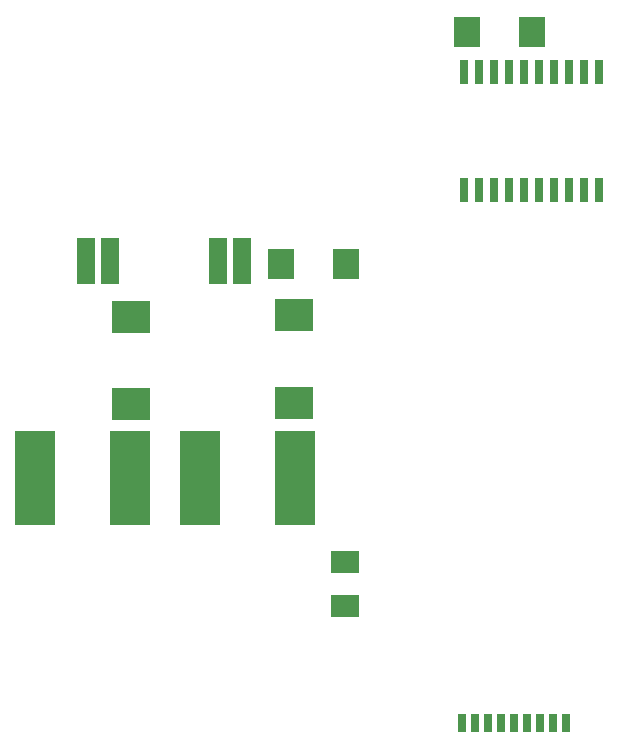
<source format=gtp>
G04 Layer: TopPasteMaskLayer*
G04 EasyEDA v6.5.20, 2022-10-22 14:54:30*
G04 fe600fdf0afc4bf6b2dbe2f9dcf79710,95753c6d73fd445989ad8f01ddeeb764,10*
G04 Gerber Generator version 0.2*
G04 Scale: 100 percent, Rotated: No, Reflected: No *
G04 Dimensions in millimeters *
G04 leading zeros omitted , absolute positions ,4 integer and 5 decimal *
%FSLAX45Y45*%
%MOMM*%

%ADD10R,3.5000X8.0000*%
%ADD11R,1.5000X4.0000*%
%ADD12R,2.3000X2.5000*%
%ADD13R,0.6604X2.0320*%
%ADD14R,3.3000X2.7000*%
%ADD15R,2.3760X1.9000*%
%ADD16R,0.7010X1.6000*%

%LPD*%
D10*
G01*
X2406700Y13570005D03*
G01*
X3206800Y13570005D03*
D11*
G01*
X1638300Y15405100D03*
D10*
G01*
X1809795Y13570005D03*
G01*
X1009695Y13570005D03*
D11*
G01*
X1435100Y15405100D03*
G01*
X2552700Y15405100D03*
G01*
X2755900Y15405100D03*
D12*
G01*
X5217668Y17348200D03*
G01*
X4662931Y17348200D03*
D13*
G01*
X4635500Y16007079D03*
G01*
X4762500Y16007079D03*
G01*
X4889500Y16007079D03*
G01*
X5016500Y16007079D03*
G01*
X5143500Y16007079D03*
G01*
X5270500Y16007079D03*
G01*
X5397500Y16007079D03*
G01*
X5524500Y16007079D03*
G01*
X5524500Y17012920D03*
G01*
X5397500Y17012920D03*
G01*
X5270500Y17012920D03*
G01*
X5143500Y17012920D03*
G01*
X5016500Y17012920D03*
G01*
X4889500Y17012920D03*
G01*
X4762500Y17012920D03*
G01*
X4635500Y17012920D03*
G01*
X5651500Y16007079D03*
G01*
X5778500Y16007079D03*
G01*
X5651500Y17012920D03*
G01*
X5778500Y17012920D03*
D14*
G01*
X1816100Y14935530D03*
G01*
X1816100Y14198269D03*
G01*
X3200400Y14948230D03*
G01*
X3200400Y14210969D03*
D15*
G01*
X3632200Y12864464D03*
G01*
X3632200Y12484735D03*
D12*
G01*
X3088131Y15379700D03*
G01*
X3642868Y15379700D03*
D16*
G01*
X5501055Y11500612D03*
G01*
X5390895Y11500281D03*
G01*
X5281904Y11500281D03*
G01*
X5171897Y11500281D03*
G01*
X5061889Y11500281D03*
G01*
X4951907Y11500281D03*
G01*
X4841900Y11500281D03*
G01*
X4731893Y11500281D03*
G01*
X4621911Y11500281D03*
M02*

</source>
